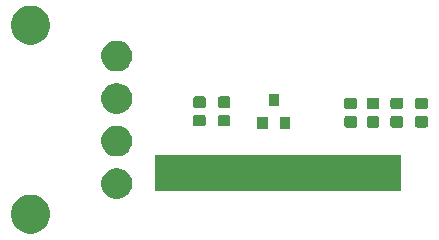
<source format=gbr>
G04 #@! TF.GenerationSoftware,KiCad,Pcbnew,(5.1.5)-3*
G04 #@! TF.CreationDate,2021-08-11T14:03:33+02:00*
G04 #@! TF.ProjectId,18650_UPS_TOP,31383635-305f-4555-9053-5f544f502e6b,rev?*
G04 #@! TF.SameCoordinates,Original*
G04 #@! TF.FileFunction,Soldermask,Bot*
G04 #@! TF.FilePolarity,Negative*
%FSLAX46Y46*%
G04 Gerber Fmt 4.6, Leading zero omitted, Abs format (unit mm)*
G04 Created by KiCad (PCBNEW (5.1.5)-3) date 2021-08-11 14:03:33*
%MOMM*%
%LPD*%
G04 APERTURE LIST*
%ADD10C,0.100000*%
G04 APERTURE END LIST*
D10*
G36*
X70475256Y-91391298D02*
G01*
X70581579Y-91412447D01*
X70882042Y-91536903D01*
X71152451Y-91717585D01*
X71382415Y-91947549D01*
X71563097Y-92217958D01*
X71687553Y-92518421D01*
X71751000Y-92837391D01*
X71751000Y-93162609D01*
X71687553Y-93481579D01*
X71563097Y-93782042D01*
X71382415Y-94052451D01*
X71152451Y-94282415D01*
X70882042Y-94463097D01*
X70581579Y-94587553D01*
X70475256Y-94608702D01*
X70262611Y-94651000D01*
X69937389Y-94651000D01*
X69724744Y-94608702D01*
X69618421Y-94587553D01*
X69317958Y-94463097D01*
X69047549Y-94282415D01*
X68817585Y-94052451D01*
X68636903Y-93782042D01*
X68512447Y-93481579D01*
X68449000Y-93162609D01*
X68449000Y-92837391D01*
X68512447Y-92518421D01*
X68636903Y-92217958D01*
X68817585Y-91947549D01*
X69047549Y-91717585D01*
X69317958Y-91536903D01*
X69618421Y-91412447D01*
X69724744Y-91391298D01*
X69937389Y-91349000D01*
X70262611Y-91349000D01*
X70475256Y-91391298D01*
G37*
G36*
X77779487Y-89148996D02*
G01*
X78016253Y-89247068D01*
X78016255Y-89247069D01*
X78229339Y-89389447D01*
X78410553Y-89570661D01*
X78552932Y-89783747D01*
X78651004Y-90020513D01*
X78701000Y-90271861D01*
X78701000Y-90528139D01*
X78651004Y-90779487D01*
X78552932Y-91016253D01*
X78552931Y-91016255D01*
X78410553Y-91229339D01*
X78229339Y-91410553D01*
X78016255Y-91552931D01*
X78016254Y-91552932D01*
X78016253Y-91552932D01*
X77779487Y-91651004D01*
X77528139Y-91701000D01*
X77271861Y-91701000D01*
X77020513Y-91651004D01*
X76783747Y-91552932D01*
X76783746Y-91552932D01*
X76783745Y-91552931D01*
X76570661Y-91410553D01*
X76389447Y-91229339D01*
X76247069Y-91016255D01*
X76247068Y-91016253D01*
X76148996Y-90779487D01*
X76099000Y-90528139D01*
X76099000Y-90271861D01*
X76148996Y-90020513D01*
X76247068Y-89783747D01*
X76389447Y-89570661D01*
X76570661Y-89389447D01*
X76783745Y-89247069D01*
X76783747Y-89247068D01*
X77020513Y-89148996D01*
X77271861Y-89099000D01*
X77528139Y-89099000D01*
X77779487Y-89148996D01*
G37*
G36*
X101451000Y-91051000D02*
G01*
X80649000Y-91051000D01*
X80649000Y-87949000D01*
X101451000Y-87949000D01*
X101451000Y-91051000D01*
G37*
G36*
X77779487Y-85548996D02*
G01*
X78016253Y-85647068D01*
X78016255Y-85647069D01*
X78059553Y-85676000D01*
X78229339Y-85789447D01*
X78410553Y-85970661D01*
X78552932Y-86183747D01*
X78651004Y-86420513D01*
X78701000Y-86671861D01*
X78701000Y-86928139D01*
X78651004Y-87179487D01*
X78552932Y-87416253D01*
X78552931Y-87416255D01*
X78410553Y-87629339D01*
X78229339Y-87810553D01*
X78016255Y-87952931D01*
X78016254Y-87952932D01*
X78016253Y-87952932D01*
X77779487Y-88051004D01*
X77528139Y-88101000D01*
X77271861Y-88101000D01*
X77020513Y-88051004D01*
X76783747Y-87952932D01*
X76783746Y-87952932D01*
X76783745Y-87952931D01*
X76570661Y-87810553D01*
X76389447Y-87629339D01*
X76247069Y-87416255D01*
X76247068Y-87416253D01*
X76148996Y-87179487D01*
X76099000Y-86928139D01*
X76099000Y-86671861D01*
X76148996Y-86420513D01*
X76247068Y-86183747D01*
X76389447Y-85970661D01*
X76570661Y-85789447D01*
X76740447Y-85676000D01*
X76783745Y-85647069D01*
X76783747Y-85647068D01*
X77020513Y-85548996D01*
X77271861Y-85499000D01*
X77528139Y-85499000D01*
X77779487Y-85548996D01*
G37*
G36*
X90201000Y-85801000D02*
G01*
X89299000Y-85801000D01*
X89299000Y-84799000D01*
X90201000Y-84799000D01*
X90201000Y-85801000D01*
G37*
G36*
X92101000Y-85801000D02*
G01*
X91199000Y-85801000D01*
X91199000Y-84799000D01*
X92101000Y-84799000D01*
X92101000Y-85801000D01*
G37*
G36*
X97579591Y-84703085D02*
G01*
X97613569Y-84713393D01*
X97644890Y-84730134D01*
X97672339Y-84752661D01*
X97694866Y-84780110D01*
X97711607Y-84811431D01*
X97721915Y-84845409D01*
X97726000Y-84886890D01*
X97726000Y-85488110D01*
X97721915Y-85529591D01*
X97711607Y-85563569D01*
X97694866Y-85594890D01*
X97672339Y-85622339D01*
X97644890Y-85644866D01*
X97613569Y-85661607D01*
X97579591Y-85671915D01*
X97538110Y-85676000D01*
X96861890Y-85676000D01*
X96820409Y-85671915D01*
X96786431Y-85661607D01*
X96755110Y-85644866D01*
X96727661Y-85622339D01*
X96705134Y-85594890D01*
X96688393Y-85563569D01*
X96678085Y-85529591D01*
X96674000Y-85488110D01*
X96674000Y-84886890D01*
X96678085Y-84845409D01*
X96688393Y-84811431D01*
X96705134Y-84780110D01*
X96727661Y-84752661D01*
X96755110Y-84730134D01*
X96786431Y-84713393D01*
X96820409Y-84703085D01*
X96861890Y-84699000D01*
X97538110Y-84699000D01*
X97579591Y-84703085D01*
G37*
G36*
X99479591Y-84703085D02*
G01*
X99513569Y-84713393D01*
X99544890Y-84730134D01*
X99572339Y-84752661D01*
X99594866Y-84780110D01*
X99611607Y-84811431D01*
X99621915Y-84845409D01*
X99626000Y-84886890D01*
X99626000Y-85488110D01*
X99621915Y-85529591D01*
X99611607Y-85563569D01*
X99594866Y-85594890D01*
X99572339Y-85622339D01*
X99544890Y-85644866D01*
X99513569Y-85661607D01*
X99479591Y-85671915D01*
X99438110Y-85676000D01*
X98761890Y-85676000D01*
X98720409Y-85671915D01*
X98686431Y-85661607D01*
X98655110Y-85644866D01*
X98627661Y-85622339D01*
X98605134Y-85594890D01*
X98588393Y-85563569D01*
X98578085Y-85529591D01*
X98574000Y-85488110D01*
X98574000Y-84886890D01*
X98578085Y-84845409D01*
X98588393Y-84811431D01*
X98605134Y-84780110D01*
X98627661Y-84752661D01*
X98655110Y-84730134D01*
X98686431Y-84713393D01*
X98720409Y-84703085D01*
X98761890Y-84699000D01*
X99438110Y-84699000D01*
X99479591Y-84703085D01*
G37*
G36*
X101479591Y-84703085D02*
G01*
X101513569Y-84713393D01*
X101544890Y-84730134D01*
X101572339Y-84752661D01*
X101594866Y-84780110D01*
X101611607Y-84811431D01*
X101621915Y-84845409D01*
X101626000Y-84886890D01*
X101626000Y-85488110D01*
X101621915Y-85529591D01*
X101611607Y-85563569D01*
X101594866Y-85594890D01*
X101572339Y-85622339D01*
X101544890Y-85644866D01*
X101513569Y-85661607D01*
X101479591Y-85671915D01*
X101438110Y-85676000D01*
X100761890Y-85676000D01*
X100720409Y-85671915D01*
X100686431Y-85661607D01*
X100655110Y-85644866D01*
X100627661Y-85622339D01*
X100605134Y-85594890D01*
X100588393Y-85563569D01*
X100578085Y-85529591D01*
X100574000Y-85488110D01*
X100574000Y-84886890D01*
X100578085Y-84845409D01*
X100588393Y-84811431D01*
X100605134Y-84780110D01*
X100627661Y-84752661D01*
X100655110Y-84730134D01*
X100686431Y-84713393D01*
X100720409Y-84703085D01*
X100761890Y-84699000D01*
X101438110Y-84699000D01*
X101479591Y-84703085D01*
G37*
G36*
X103579591Y-84703085D02*
G01*
X103613569Y-84713393D01*
X103644890Y-84730134D01*
X103672339Y-84752661D01*
X103694866Y-84780110D01*
X103711607Y-84811431D01*
X103721915Y-84845409D01*
X103726000Y-84886890D01*
X103726000Y-85488110D01*
X103721915Y-85529591D01*
X103711607Y-85563569D01*
X103694866Y-85594890D01*
X103672339Y-85622339D01*
X103644890Y-85644866D01*
X103613569Y-85661607D01*
X103579591Y-85671915D01*
X103538110Y-85676000D01*
X102861890Y-85676000D01*
X102820409Y-85671915D01*
X102786431Y-85661607D01*
X102755110Y-85644866D01*
X102727661Y-85622339D01*
X102705134Y-85594890D01*
X102688393Y-85563569D01*
X102678085Y-85529591D01*
X102674000Y-85488110D01*
X102674000Y-84886890D01*
X102678085Y-84845409D01*
X102688393Y-84811431D01*
X102705134Y-84780110D01*
X102727661Y-84752661D01*
X102755110Y-84730134D01*
X102786431Y-84713393D01*
X102820409Y-84703085D01*
X102861890Y-84699000D01*
X103538110Y-84699000D01*
X103579591Y-84703085D01*
G37*
G36*
X84779591Y-84603085D02*
G01*
X84813569Y-84613393D01*
X84844890Y-84630134D01*
X84872339Y-84652661D01*
X84894866Y-84680110D01*
X84911607Y-84711431D01*
X84921915Y-84745409D01*
X84926000Y-84786890D01*
X84926000Y-85388110D01*
X84921915Y-85429591D01*
X84911607Y-85463569D01*
X84894866Y-85494890D01*
X84872339Y-85522339D01*
X84844890Y-85544866D01*
X84813569Y-85561607D01*
X84779591Y-85571915D01*
X84738110Y-85576000D01*
X84061890Y-85576000D01*
X84020409Y-85571915D01*
X83986431Y-85561607D01*
X83955110Y-85544866D01*
X83927661Y-85522339D01*
X83905134Y-85494890D01*
X83888393Y-85463569D01*
X83878085Y-85429591D01*
X83874000Y-85388110D01*
X83874000Y-84786890D01*
X83878085Y-84745409D01*
X83888393Y-84711431D01*
X83905134Y-84680110D01*
X83927661Y-84652661D01*
X83955110Y-84630134D01*
X83986431Y-84613393D01*
X84020409Y-84603085D01*
X84061890Y-84599000D01*
X84738110Y-84599000D01*
X84779591Y-84603085D01*
G37*
G36*
X86879591Y-84603085D02*
G01*
X86913569Y-84613393D01*
X86944890Y-84630134D01*
X86972339Y-84652661D01*
X86994866Y-84680110D01*
X87011607Y-84711431D01*
X87021915Y-84745409D01*
X87026000Y-84786890D01*
X87026000Y-85388110D01*
X87021915Y-85429591D01*
X87011607Y-85463569D01*
X86994866Y-85494890D01*
X86972339Y-85522339D01*
X86944890Y-85544866D01*
X86913569Y-85561607D01*
X86879591Y-85571915D01*
X86838110Y-85576000D01*
X86161890Y-85576000D01*
X86120409Y-85571915D01*
X86086431Y-85561607D01*
X86055110Y-85544866D01*
X86027661Y-85522339D01*
X86005134Y-85494890D01*
X85988393Y-85463569D01*
X85978085Y-85429591D01*
X85974000Y-85388110D01*
X85974000Y-84786890D01*
X85978085Y-84745409D01*
X85988393Y-84711431D01*
X86005134Y-84680110D01*
X86027661Y-84652661D01*
X86055110Y-84630134D01*
X86086431Y-84613393D01*
X86120409Y-84603085D01*
X86161890Y-84599000D01*
X86838110Y-84599000D01*
X86879591Y-84603085D01*
G37*
G36*
X77779487Y-81948996D02*
G01*
X78016253Y-82047068D01*
X78016255Y-82047069D01*
X78229339Y-82189447D01*
X78410553Y-82370661D01*
X78552932Y-82583747D01*
X78651004Y-82820513D01*
X78701000Y-83071861D01*
X78701000Y-83328139D01*
X78651004Y-83579487D01*
X78577579Y-83756750D01*
X78552931Y-83816255D01*
X78410553Y-84029339D01*
X78229339Y-84210553D01*
X78016255Y-84352931D01*
X78016254Y-84352932D01*
X78016253Y-84352932D01*
X77779487Y-84451004D01*
X77528139Y-84501000D01*
X77271861Y-84501000D01*
X77020513Y-84451004D01*
X76783747Y-84352932D01*
X76783746Y-84352932D01*
X76783745Y-84352931D01*
X76570661Y-84210553D01*
X76389447Y-84029339D01*
X76247069Y-83816255D01*
X76222421Y-83756750D01*
X76148996Y-83579487D01*
X76099000Y-83328139D01*
X76099000Y-83071861D01*
X76148996Y-82820513D01*
X76247068Y-82583747D01*
X76389447Y-82370661D01*
X76570661Y-82189447D01*
X76783745Y-82047069D01*
X76783747Y-82047068D01*
X77020513Y-81948996D01*
X77271861Y-81899000D01*
X77528139Y-81899000D01*
X77779487Y-81948996D01*
G37*
G36*
X103579591Y-83128085D02*
G01*
X103613569Y-83138393D01*
X103644890Y-83155134D01*
X103672339Y-83177661D01*
X103694866Y-83205110D01*
X103711607Y-83236431D01*
X103721915Y-83270409D01*
X103726000Y-83311890D01*
X103726000Y-83913110D01*
X103721915Y-83954591D01*
X103711607Y-83988569D01*
X103694866Y-84019890D01*
X103672339Y-84047339D01*
X103644890Y-84069866D01*
X103613569Y-84086607D01*
X103579591Y-84096915D01*
X103538110Y-84101000D01*
X102861890Y-84101000D01*
X102820409Y-84096915D01*
X102786431Y-84086607D01*
X102755110Y-84069866D01*
X102727661Y-84047339D01*
X102705134Y-84019890D01*
X102688393Y-83988569D01*
X102678085Y-83954591D01*
X102674000Y-83913110D01*
X102674000Y-83311890D01*
X102678085Y-83270409D01*
X102688393Y-83236431D01*
X102705134Y-83205110D01*
X102727661Y-83177661D01*
X102755110Y-83155134D01*
X102786431Y-83138393D01*
X102820409Y-83128085D01*
X102861890Y-83124000D01*
X103538110Y-83124000D01*
X103579591Y-83128085D01*
G37*
G36*
X99479591Y-83128085D02*
G01*
X99513569Y-83138393D01*
X99544890Y-83155134D01*
X99572339Y-83177661D01*
X99594866Y-83205110D01*
X99611607Y-83236431D01*
X99621915Y-83270409D01*
X99626000Y-83311890D01*
X99626000Y-83913110D01*
X99621915Y-83954591D01*
X99611607Y-83988569D01*
X99594866Y-84019890D01*
X99572339Y-84047339D01*
X99544890Y-84069866D01*
X99513569Y-84086607D01*
X99479591Y-84096915D01*
X99438110Y-84101000D01*
X98761890Y-84101000D01*
X98720409Y-84096915D01*
X98686431Y-84086607D01*
X98655110Y-84069866D01*
X98627661Y-84047339D01*
X98605134Y-84019890D01*
X98588393Y-83988569D01*
X98578085Y-83954591D01*
X98574000Y-83913110D01*
X98574000Y-83311890D01*
X98578085Y-83270409D01*
X98588393Y-83236431D01*
X98605134Y-83205110D01*
X98627661Y-83177661D01*
X98655110Y-83155134D01*
X98686431Y-83138393D01*
X98720409Y-83128085D01*
X98761890Y-83124000D01*
X99438110Y-83124000D01*
X99479591Y-83128085D01*
G37*
G36*
X97579591Y-83128085D02*
G01*
X97613569Y-83138393D01*
X97644890Y-83155134D01*
X97672339Y-83177661D01*
X97694866Y-83205110D01*
X97711607Y-83236431D01*
X97721915Y-83270409D01*
X97726000Y-83311890D01*
X97726000Y-83913110D01*
X97721915Y-83954591D01*
X97711607Y-83988569D01*
X97694866Y-84019890D01*
X97672339Y-84047339D01*
X97644890Y-84069866D01*
X97613569Y-84086607D01*
X97579591Y-84096915D01*
X97538110Y-84101000D01*
X96861890Y-84101000D01*
X96820409Y-84096915D01*
X96786431Y-84086607D01*
X96755110Y-84069866D01*
X96727661Y-84047339D01*
X96705134Y-84019890D01*
X96688393Y-83988569D01*
X96678085Y-83954591D01*
X96674000Y-83913110D01*
X96674000Y-83311890D01*
X96678085Y-83270409D01*
X96688393Y-83236431D01*
X96705134Y-83205110D01*
X96727661Y-83177661D01*
X96755110Y-83155134D01*
X96786431Y-83138393D01*
X96820409Y-83128085D01*
X96861890Y-83124000D01*
X97538110Y-83124000D01*
X97579591Y-83128085D01*
G37*
G36*
X101479591Y-83128085D02*
G01*
X101513569Y-83138393D01*
X101544890Y-83155134D01*
X101572339Y-83177661D01*
X101594866Y-83205110D01*
X101611607Y-83236431D01*
X101621915Y-83270409D01*
X101626000Y-83311890D01*
X101626000Y-83913110D01*
X101621915Y-83954591D01*
X101611607Y-83988569D01*
X101594866Y-84019890D01*
X101572339Y-84047339D01*
X101544890Y-84069866D01*
X101513569Y-84086607D01*
X101479591Y-84096915D01*
X101438110Y-84101000D01*
X100761890Y-84101000D01*
X100720409Y-84096915D01*
X100686431Y-84086607D01*
X100655110Y-84069866D01*
X100627661Y-84047339D01*
X100605134Y-84019890D01*
X100588393Y-83988569D01*
X100578085Y-83954591D01*
X100574000Y-83913110D01*
X100574000Y-83311890D01*
X100578085Y-83270409D01*
X100588393Y-83236431D01*
X100605134Y-83205110D01*
X100627661Y-83177661D01*
X100655110Y-83155134D01*
X100686431Y-83138393D01*
X100720409Y-83128085D01*
X100761890Y-83124000D01*
X101438110Y-83124000D01*
X101479591Y-83128085D01*
G37*
G36*
X84779591Y-83028085D02*
G01*
X84813569Y-83038393D01*
X84844890Y-83055134D01*
X84872339Y-83077661D01*
X84894866Y-83105110D01*
X84911607Y-83136431D01*
X84921915Y-83170409D01*
X84926000Y-83211890D01*
X84926000Y-83813110D01*
X84921915Y-83854591D01*
X84911607Y-83888569D01*
X84894866Y-83919890D01*
X84872339Y-83947339D01*
X84844890Y-83969866D01*
X84813569Y-83986607D01*
X84779591Y-83996915D01*
X84738110Y-84001000D01*
X84061890Y-84001000D01*
X84020409Y-83996915D01*
X83986431Y-83986607D01*
X83955110Y-83969866D01*
X83927661Y-83947339D01*
X83905134Y-83919890D01*
X83888393Y-83888569D01*
X83878085Y-83854591D01*
X83874000Y-83813110D01*
X83874000Y-83211890D01*
X83878085Y-83170409D01*
X83888393Y-83136431D01*
X83905134Y-83105110D01*
X83927661Y-83077661D01*
X83955110Y-83055134D01*
X83986431Y-83038393D01*
X84020409Y-83028085D01*
X84061890Y-83024000D01*
X84738110Y-83024000D01*
X84779591Y-83028085D01*
G37*
G36*
X86879591Y-83028085D02*
G01*
X86913569Y-83038393D01*
X86944890Y-83055134D01*
X86972339Y-83077661D01*
X86994866Y-83105110D01*
X87011607Y-83136431D01*
X87021915Y-83170409D01*
X87026000Y-83211890D01*
X87026000Y-83813110D01*
X87021915Y-83854591D01*
X87011607Y-83888569D01*
X86994866Y-83919890D01*
X86972339Y-83947339D01*
X86944890Y-83969866D01*
X86913569Y-83986607D01*
X86879591Y-83996915D01*
X86838110Y-84001000D01*
X86161890Y-84001000D01*
X86120409Y-83996915D01*
X86086431Y-83986607D01*
X86055110Y-83969866D01*
X86027661Y-83947339D01*
X86005134Y-83919890D01*
X85988393Y-83888569D01*
X85978085Y-83854591D01*
X85974000Y-83813110D01*
X85974000Y-83211890D01*
X85978085Y-83170409D01*
X85988393Y-83136431D01*
X86005134Y-83105110D01*
X86027661Y-83077661D01*
X86055110Y-83055134D01*
X86086431Y-83038393D01*
X86120409Y-83028085D01*
X86161890Y-83024000D01*
X86838110Y-83024000D01*
X86879591Y-83028085D01*
G37*
G36*
X91151000Y-83801000D02*
G01*
X90249000Y-83801000D01*
X90249000Y-82799000D01*
X91151000Y-82799000D01*
X91151000Y-83801000D01*
G37*
G36*
X77779487Y-78348996D02*
G01*
X78016253Y-78447068D01*
X78016255Y-78447069D01*
X78040244Y-78463098D01*
X78229339Y-78589447D01*
X78410553Y-78770661D01*
X78552932Y-78983747D01*
X78651004Y-79220513D01*
X78701000Y-79471861D01*
X78701000Y-79728139D01*
X78651004Y-79979487D01*
X78552932Y-80216253D01*
X78552931Y-80216255D01*
X78410553Y-80429339D01*
X78229339Y-80610553D01*
X78016255Y-80752931D01*
X78016254Y-80752932D01*
X78016253Y-80752932D01*
X77779487Y-80851004D01*
X77528139Y-80901000D01*
X77271861Y-80901000D01*
X77020513Y-80851004D01*
X76783747Y-80752932D01*
X76783746Y-80752932D01*
X76783745Y-80752931D01*
X76570661Y-80610553D01*
X76389447Y-80429339D01*
X76247069Y-80216255D01*
X76247068Y-80216253D01*
X76148996Y-79979487D01*
X76099000Y-79728139D01*
X76099000Y-79471861D01*
X76148996Y-79220513D01*
X76247068Y-78983747D01*
X76389447Y-78770661D01*
X76570661Y-78589447D01*
X76759756Y-78463098D01*
X76783745Y-78447069D01*
X76783747Y-78447068D01*
X77020513Y-78348996D01*
X77271861Y-78299000D01*
X77528139Y-78299000D01*
X77779487Y-78348996D01*
G37*
G36*
X70475256Y-75391298D02*
G01*
X70581579Y-75412447D01*
X70882042Y-75536903D01*
X71152451Y-75717585D01*
X71382415Y-75947549D01*
X71563097Y-76217958D01*
X71687553Y-76518421D01*
X71751000Y-76837391D01*
X71751000Y-77162609D01*
X71687553Y-77481579D01*
X71563097Y-77782042D01*
X71382415Y-78052451D01*
X71152451Y-78282415D01*
X70882042Y-78463097D01*
X70581579Y-78587553D01*
X70475256Y-78608702D01*
X70262611Y-78651000D01*
X69937389Y-78651000D01*
X69724744Y-78608702D01*
X69618421Y-78587553D01*
X69317958Y-78463097D01*
X69047549Y-78282415D01*
X68817585Y-78052451D01*
X68636903Y-77782042D01*
X68512447Y-77481579D01*
X68449000Y-77162609D01*
X68449000Y-76837391D01*
X68512447Y-76518421D01*
X68636903Y-76217958D01*
X68817585Y-75947549D01*
X69047549Y-75717585D01*
X69317958Y-75536903D01*
X69618421Y-75412447D01*
X69724744Y-75391298D01*
X69937389Y-75349000D01*
X70262611Y-75349000D01*
X70475256Y-75391298D01*
G37*
M02*

</source>
